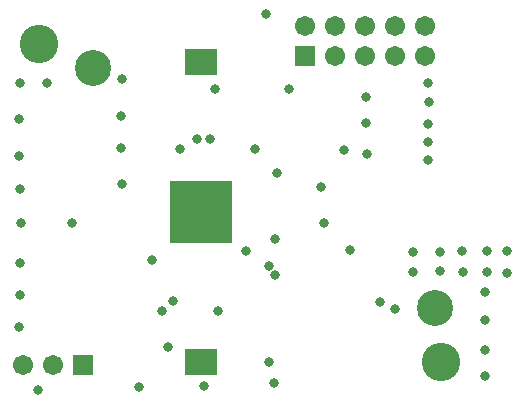
<source format=gbs>
%FSLAX25Y25*%
%MOIN*%
G70*
G01*
G75*
G04 Layer_Color=16711935*
%ADD10O,0.01180X0.05906*%
%ADD11O,0.05906X0.01180*%
%ADD12R,0.17716X0.17716*%
%ADD13R,0.04000X0.03500*%
%ADD14R,0.05906X0.04724*%
%ADD15R,0.03937X0.07087*%
%ADD16R,0.02953X0.02362*%
%ADD17R,0.02362X0.02953*%
%ADD18R,0.02362X0.07874*%
%ADD19R,0.07874X0.02362*%
%ADD20R,0.03500X0.04000*%
%ADD21R,0.04724X0.05512*%
%ADD22R,0.08800X0.04200*%
%ADD23R,0.04000X0.04000*%
%ADD24R,0.01400X0.04000*%
%ADD25R,0.07200X0.08000*%
%ADD26R,0.07200X0.16000*%
%ADD27R,0.04200X0.08800*%
%ADD28R,0.04000X0.04000*%
%ADD29C,0.01000*%
%ADD30C,0.02000*%
%ADD31C,0.04000*%
%ADD32C,0.10000*%
%ADD33R,0.03000X0.03000*%
%ADD34R,0.10000X0.08000*%
%ADD35C,0.12000*%
%ADD36C,0.04000*%
%ADD37R,0.05906X0.05906*%
%ADD38C,0.05906*%
%ADD39C,0.02500*%
%ADD40R,0.17700X0.17700*%
%ADD41R,0.20000X0.20000*%
%ADD42C,0.00600*%
%ADD43C,0.00787*%
%ADD44C,0.00400*%
%ADD45O,0.01580X0.06306*%
%ADD46O,0.06306X0.01580*%
%ADD47R,0.04800X0.04300*%
%ADD48R,0.06706X0.05524*%
%ADD49R,0.04737X0.07887*%
%ADD50R,0.03753X0.03162*%
%ADD51R,0.03162X0.03753*%
%ADD52R,0.03162X0.08674*%
%ADD53R,0.08674X0.03162*%
%ADD54R,0.04300X0.04800*%
%ADD55R,0.05524X0.06312*%
%ADD56R,0.09600X0.05000*%
%ADD57R,0.04800X0.04800*%
%ADD58R,0.02200X0.04800*%
%ADD59R,0.08000X0.08800*%
%ADD60R,0.08000X0.16800*%
%ADD61R,0.05000X0.09600*%
%ADD62R,0.04800X0.04800*%
%ADD63R,0.10800X0.08800*%
%ADD64C,0.12800*%
%ADD65R,0.06706X0.06706*%
%ADD66C,0.06706*%
%ADD67C,0.03300*%
%ADD68R,0.18500X0.18500*%
%ADD69R,0.20800X0.20800*%
D33*
X67532Y68906D02*
D03*
X63532D02*
D03*
X71406Y57095D02*
D03*
X67532D02*
D03*
X59595D02*
D03*
X71406Y61000D02*
D03*
X67532D02*
D03*
X59595Y61032D02*
D03*
Y68906D02*
D03*
X71406D02*
D03*
X63532Y61000D02*
D03*
Y57095D02*
D03*
Y64969D02*
D03*
X59595D02*
D03*
X67532D02*
D03*
X71406D02*
D03*
D35*
X29500Y111000D02*
D03*
X143500Y31000D02*
D03*
D63*
X65500Y13000D02*
D03*
Y113000D02*
D03*
D64*
X145500Y13000D02*
D03*
X11500Y119000D02*
D03*
D65*
X100000Y115000D02*
D03*
X26000Y12000D02*
D03*
D66*
X100000Y125000D02*
D03*
X110000Y115000D02*
D03*
Y125000D02*
D03*
X120000Y115000D02*
D03*
Y125000D02*
D03*
X130000Y115000D02*
D03*
Y125000D02*
D03*
X140000Y115000D02*
D03*
Y125000D02*
D03*
X6000Y12000D02*
D03*
X16000D02*
D03*
D67*
X94700Y104200D02*
D03*
X87200Y129000D02*
D03*
X88000Y13000D02*
D03*
X39000Y72500D02*
D03*
X49000Y47000D02*
D03*
X22500Y59500D02*
D03*
X141500Y99600D02*
D03*
X113300Y83600D02*
D03*
X141200Y86300D02*
D03*
X115000Y50400D02*
D03*
X125000Y33000D02*
D03*
X54500Y18000D02*
D03*
X70000Y104000D02*
D03*
X39000Y107500D02*
D03*
X14000Y106000D02*
D03*
X52500Y30000D02*
D03*
X56000Y33500D02*
D03*
X68500Y87500D02*
D03*
X64000D02*
D03*
X80500Y50000D02*
D03*
X58500Y84000D02*
D03*
X71200Y30000D02*
D03*
X90700Y76000D02*
D03*
X90300Y53900D02*
D03*
X130000Y30800D02*
D03*
X83600Y84000D02*
D03*
X167500Y50100D02*
D03*
X160900D02*
D03*
X152600D02*
D03*
X145100Y49600D02*
D03*
X136200D02*
D03*
X141100Y80300D02*
D03*
Y92400D02*
D03*
Y106200D02*
D03*
X160300Y36300D02*
D03*
Y26900D02*
D03*
X160000Y17100D02*
D03*
X160300Y8500D02*
D03*
X5200Y106000D02*
D03*
X4900Y93900D02*
D03*
Y81600D02*
D03*
X5200Y70600D02*
D03*
X5500Y59500D02*
D03*
X5200Y46200D02*
D03*
Y35500D02*
D03*
X4900Y24700D02*
D03*
X120600Y101500D02*
D03*
Y92700D02*
D03*
X120900Y82300D02*
D03*
X136100Y43100D02*
D03*
X145100Y43300D02*
D03*
X152700Y42900D02*
D03*
X160800D02*
D03*
X167400Y42600D02*
D03*
X88100Y45200D02*
D03*
X90200Y42000D02*
D03*
X106400Y59300D02*
D03*
X105600Y71400D02*
D03*
X38900Y95100D02*
D03*
Y84300D02*
D03*
X89800Y6200D02*
D03*
X66500Y4900D02*
D03*
X44700Y4700D02*
D03*
X11000Y3600D02*
D03*
D68*
X65600Y63000D02*
D03*
D69*
X65500D02*
D03*
M02*

</source>
